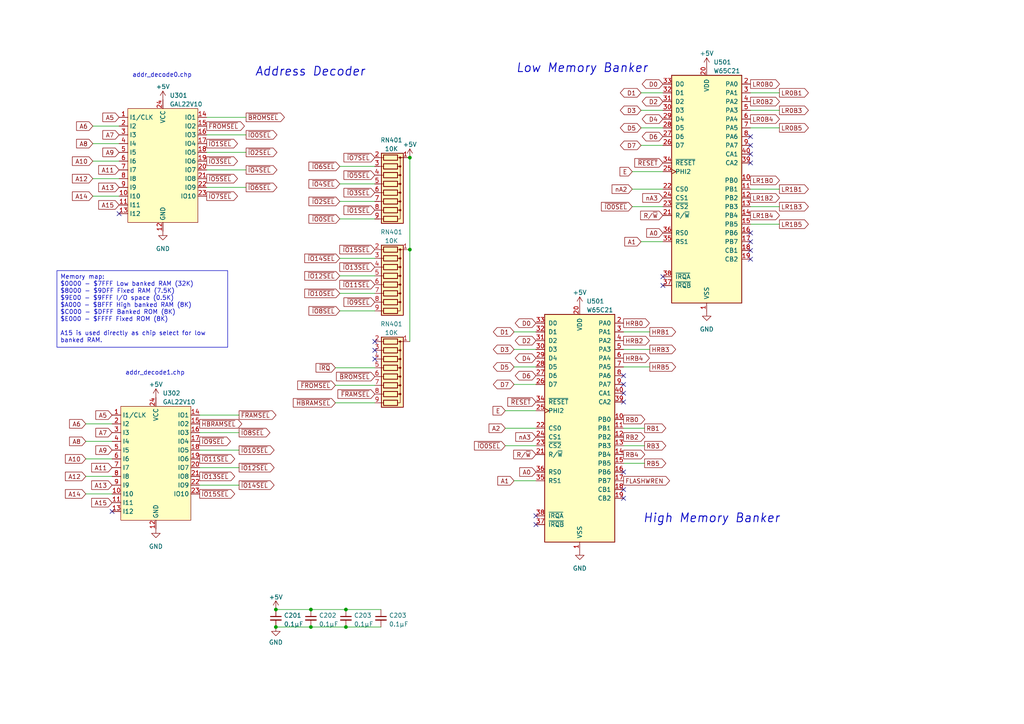
<source format=kicad_sch>
(kicad_sch (version 20230121) (generator eeschema)
  (paper "A4")
  (title_block (title "6809 Playground system board") (date "2023-06-18") (company "Copyright (c) 2022-2023 Jason R. Thorpe. See LICENSE."))
  (lib_symbols
    (symbol "Device:C_Small" (pin_numbers hide) (pin_names (offset 0.254) hide)
      (property "Reference" "C" (at 0.254 1.778 0))
      (property "Value" "C_Small" (at 0.254 -2.032 0))
      (symbol "C_Small_0_1"
        (polyline (pts (xy -1.524 -0.508) (xy 1.524 -0.508)) (stroke (width 0.3302)))
        (polyline (pts (xy -1.524 0.508) (xy 1.524 0.508)) (stroke (width 0.3048)))
      )
      (symbol "C_Small_1_1"
        (pin passive line (at 0 2.54 270) (length 2.032) (name "~") (number "1"))
        (pin passive line (at 0 -2.54 90) (length 2.032) (name "~") (number "2"))
      )
    )
    (symbol "Device:R_Network08" (pin_names (offset 0) hide)
      (property "Reference" "RN" (at -12.7 0 90))
      (property "Value" "R_Network08" (at 10.16 0 90))
      (symbol "R_Network08_0_1"
        (rectangle (start -11.43 -3.175) (end 8.89 3.175) (stroke (width 0.254)) (fill (type background)))
        (rectangle (start -10.922 1.524) (end -9.398 -2.54) (stroke (width 0.254)))
        (circle (center -10.16 2.286) (radius 0.254) (fill (type outline)))
        (rectangle (start -8.382 1.524) (end -6.858 -2.54) (stroke (width 0.254)))
        (circle (center -7.62 2.286) (radius 0.254) (fill (type outline)))
        (rectangle (start -5.842 1.524) (end -4.318 -2.54) (stroke (width 0.254)))
        (circle (center -5.08 2.286) (radius 0.254) (fill (type outline)))
        (rectangle (start -3.302 1.524) (end -1.778 -2.54) (stroke (width 0.254)))
        (circle (center -2.54 2.286) (radius 0.254) (fill (type outline)))
        (rectangle (start -0.762 1.524) (end 0.762 -2.54) (stroke (width 0.254)))
        (polyline (pts (xy -10.16 -2.54) (xy -10.16 -3.81)))
        (polyline (pts (xy -7.62 -2.54) (xy -7.62 -3.81)))
        (polyline (pts (xy -5.08 -2.54) (xy -5.08 -3.81)))
        (polyline (pts (xy -2.54 -2.54) (xy -2.54 -3.81)))
        (polyline (pts (xy 0 -2.54) (xy 0 -3.81)))
        (polyline (pts (xy 2.54 -2.54) (xy 2.54 -3.81)))
        (polyline (pts (xy 5.08 -2.54) (xy 5.08 -3.81)))
        (polyline (pts (xy 7.62 -2.54) (xy 7.62 -3.81)))
        (polyline (pts (xy -10.16 1.524) (xy -10.16 2.286) (xy -7.62 2.286) (xy -7.62 1.524)))
        (polyline (pts (xy -7.62 1.524) (xy -7.62 2.286) (xy -5.08 2.286) (xy -5.08 1.524)))
        (polyline (pts (xy -5.08 1.524) (xy -5.08 2.286) (xy -2.54 2.286) (xy -2.54 1.524)))
        (polyline (pts (xy -2.54 1.524) (xy -2.54 2.286) (xy 0 2.286) (xy 0 1.524)))
        (polyline (pts (xy 0 1.524) (xy 0 2.286) (xy 2.54 2.286) (xy 2.54 1.524)))
        (polyline (pts (xy 2.54 1.524) (xy 2.54 2.286) (xy 5.08 2.286) (xy 5.08 1.524)))
        (polyline (pts (xy 5.08 1.524) (xy 5.08 2.286) (xy 7.62 2.286) (xy 7.62 1.524)))
        (circle (center 0 2.286) (radius 0.254) (fill (type outline)))
        (rectangle (start 1.778 1.524) (end 3.302 -2.54) (stroke (width 0.254)))
        (circle (center 2.54 2.286) (radius 0.254) (fill (type outline)))
        (rectangle (start 4.318 1.524) (end 5.842 -2.54) (stroke (width 0.254)))
        (circle (center 5.08 2.286) (radius 0.254) (fill (type outline)))
        (rectangle (start 6.858 1.524) (end 8.382 -2.54) (stroke (width 0.254)))
      )
      (symbol "R_Network08_1_1"
        (pin passive line (at -10.16 5.08 270) (length 2.54) (name "common") (number "1"))
        (pin passive line (at -10.16 -5.08 90) (length 1.27) (name "R1") (number "2"))
        (pin passive line (at -7.62 -5.08 90) (length 1.27) (name "R2") (number "3"))
        (pin passive line (at -5.08 -5.08 90) (length 1.27) (name "R3") (number "4"))
        (pin passive line (at -2.54 -5.08 90) (length 1.27) (name "R4") (number "5"))
        (pin passive line (at 0 -5.08 90) (length 1.27) (name "R5") (number "6"))
        (pin passive line (at 2.54 -5.08 90) (length 1.27) (name "R6") (number "7"))
        (pin passive line (at 5.08 -5.08 90) (length 1.27) (name "R7") (number "8"))
        (pin passive line (at 7.62 -5.08 90) (length 1.27) (name "R8") (number "9"))
      )
    )
    (symbol "jrt-ICs:GAL22V10" (pin_names (offset 0.5))
      (property "Reference" "U" (at 2.54 20.32 0))
      (property "Value" "GAL22V10" (at 0 0 0))
      (symbol "GAL22V10_1_1"
        (rectangle (start -10.16 16.51) (end 10.16 -16.51) (fill (type background)))
        (pin input line (at -12.7 13.97 0) (length 2.54) (name "I1/CLK") (number "1"))
        (pin input line (at -12.7 -8.89 0) (length 2.54) (name "I10") (number "10"))
        (pin input line (at -12.7 -11.43 0) (length 2.54) (name "I11") (number "11"))
        (pin power_in line (at 0 -19.05 90) (length 2.54) (name "GND") (number "12"))
        (pin input line (at -12.7 -13.97 0) (length 2.54) (name "I12") (number "13"))
        (pin tri_state line (at 12.7 13.97 180) (length 2.54) (name "IO1") (number "14"))
        (pin tri_state line (at 12.7 11.43 180) (length 2.54) (name "IO2") (number "15"))
        (pin tri_state line (at 12.7 8.89 180) (length 2.54) (name "IO3") (number "16"))
        (pin tri_state line (at 12.7 6.35 180) (length 2.54) (name "IO4") (number "17"))
        (pin tri_state line (at 12.7 3.81 180) (length 2.54) (name "IO5") (number "18"))
        (pin tri_state line (at 12.7 1.27 180) (length 2.54) (name "IO6") (number "19"))
        (pin input line (at -12.7 11.43 0) (length 2.54) (name "I2") (number "2"))
        (pin tri_state line (at 12.7 -1.27 180) (length 2.54) (name "IO7") (number "20"))
        (pin tri_state line (at 12.7 -3.81 180) (length 2.54) (name "IO8") (number "21"))
        (pin tri_state line (at 12.7 -6.35 180) (length 2.54) (name "IO9") (number "22"))
        (pin tri_state line (at 12.7 -8.89 180) (length 2.54) (name "IO10") (number "23"))
        (pin power_in line (at 0 19.05 270) (length 2.54) (name "VCC") (number "24"))
        (pin input line (at -12.7 8.89 0) (length 2.54) (name "I3") (number "3"))
        (pin input line (at -12.7 6.35 0) (length 2.54) (name "I4") (number "4"))
        (pin input line (at -12.7 3.81 0) (length 2.54) (name "I5") (number "5"))
        (pin input line (at -12.7 1.27 0) (length 2.54) (name "I6") (number "6"))
        (pin input line (at -12.7 -1.27 0) (length 2.54) (name "I7") (number "7"))
        (pin input line (at -12.7 -3.81 0) (length 2.54) (name "I8") (number "8"))
        (pin input line (at -12.7 -6.35 0) (length 2.54) (name "I9") (number "9"))
      )
    )
    (symbol "jrt-ICs:W65C21" (pin_names (offset 1.016))
      (property "Reference" "U" (at 6.35 36.83 0))
      (property "Value" "W65C21" (at 6.35 34.29 0))
      (symbol "W65C21_1_1"
        (rectangle (start -10.16 -33.02) (end 10.16 33.02) (stroke (width 0.254)) (fill (type background)))
        (pin power_in line (at 0 -35.56 90) (length 2.54) (name "VSS") (number "1"))
        (pin bidirectional line (at 12.7 2.54 180) (length 2.54) (name "PB0") (number "10"))
        (pin bidirectional line (at 12.7 0 180) (length 2.54) (name "PB1") (number "11"))
        (pin bidirectional line (at 12.7 -2.54 180) (length 2.54) (name "PB2") (number "12"))
        (pin bidirectional line (at 12.7 -5.08 180) (length 2.54) (name "PB3") (number "13"))
        (pin bidirectional line (at 12.7 -7.62 180) (length 2.54) (name "PB4") (number "14"))
        (pin bidirectional line (at 12.7 -10.16 180) (length 2.54) (name "PB5") (number "15"))
        (pin bidirectional line (at 12.7 -12.7 180) (length 2.54) (name "PB6") (number "16"))
        (pin bidirectional line (at 12.7 -15.24 180) (length 2.54) (name "PB7") (number "17"))
        (pin input line (at 12.7 -17.78 180) (length 2.54) (name "CB1") (number "18"))
        (pin bidirectional line (at 12.7 -20.32 180) (length 2.54) (name "CB2") (number "19"))
        (pin bidirectional line (at 12.7 30.48 180) (length 2.54) (name "PA0") (number "2"))
        (pin power_in line (at 0 35.56 270) (length 2.54) (name "VDD") (number "20"))
        (pin input line (at -12.7 -7.62 0) (length 2.54) (name "R/~{W}") (number "21"))
        (pin input line (at -12.7 0 0) (length 2.54) (name "CS0") (number "22"))
        (pin input line (at -12.7 -5.08 0) (length 2.54) (name "~{CS2}") (number "23"))
        (pin input line (at -12.7 -2.54 0) (length 2.54) (name "CS1") (number "24"))
        (pin input clock (at -12.7 5.08 0) (length 2.54) (name "PHI2") (number "25"))
        (pin bidirectional line (at -12.7 12.7 0) (length 2.54) (name "D7") (number "26"))
        (pin bidirectional line (at -12.7 15.24 0) (length 2.54) (name "D6") (number "27"))
        (pin bidirectional line (at -12.7 17.78 0) (length 2.54) (name "D5") (number "28"))
        (pin bidirectional line (at -12.7 20.32 0) (length 2.54) (name "D4") (number "29"))
        (pin bidirectional line (at 12.7 27.94 180) (length 2.54) (name "PA1") (number "3"))
        (pin bidirectional line (at -12.7 22.86 0) (length 2.54) (name "D3") (number "30"))
        (pin bidirectional line (at -12.7 25.4 0) (length 2.54) (name "D2") (number "31"))
        (pin bidirectional line (at -12.7 27.94 0) (length 2.54) (name "D1") (number "32"))
        (pin bidirectional line (at -12.7 30.48 0) (length 2.54) (name "D0") (number "33"))
        (pin input line (at -12.7 7.62 0) (length 2.54) (name "~{RESET}") (number "34"))
        (pin input line (at -12.7 -15.24 0) (length 2.54) (name "RS1") (number "35"))
        (pin input line (at -12.7 -12.7 0) (length 2.54) (name "RS0") (number "36"))
        (pin output line (at -12.7 -27.94 0) (length 2.54) (name "~{IRQB}") (number "37"))
        (pin output line (at -12.7 -25.4 0) (length 2.54) (name "~{IRQA}") (number "38"))
        (pin bidirectional line (at 12.7 7.62 180) (length 2.54) (name "CA2") (number "39"))
        (pin bidirectional line (at 12.7 25.4 180) (length 2.54) (name "PA2") (number "4"))
        (pin input line (at 12.7 10.16 180) (length 2.54) (name "CA1") (number "40"))
        (pin bidirectional line (at 12.7 22.86 180) (length 2.54) (name "PA3") (number "5"))
        (pin bidirectional line (at 12.7 20.32 180) (length 2.54) (name "PA4") (number "6"))
        (pin bidirectional line (at 12.7 17.78 180) (length 2.54) (name "PA5") (number "7"))
        (pin bidirectional line (at 12.7 15.24 180) (length 2.54) (name "PA6") (number "8"))
        (pin bidirectional line (at 12.7 12.7 180) (length 2.54) (name "PA7") (number "9"))
      )
    )
    (symbol "power:+5V" (power) (pin_names (offset 0))
      (property "Value" "+5V" (at 0 3.556 0))
      (symbol "+5V_0_1"
        (polyline (pts (xy -0.762 1.27) (xy 0 2.54)))
        (polyline (pts (xy 0 0) (xy 0 2.54)))
        (polyline (pts (xy 0 2.54) (xy 0.762 1.27)))
      )
      (symbol "+5V_1_1"
        (pin power_in line (at 0 0 90) (length 0) hide (name "+5V") (number "1"))
      )
    )
    (symbol "power:GND" (power) (pin_names (offset 0))
      (property "Value" "GND" (at 0 -3.81 0))
      (symbol "GND_0_1"
        (polyline (pts (xy 0 0) (xy 0 -1.27) (xy 1.27 -1.27) (xy 0 -2.54) (xy -1.27 -1.27) (xy 0 -1.27)))
      )
      (symbol "GND_1_1"
        (pin power_in line (at 0 0 270) (length 0) hide (name "GND") (number "1"))
      )
    )
  )
  (junction (at 100.33 181.864))
  (junction (at 118.872 45.72))
  (junction (at 90.17 176.784))
  (junction (at 100.33 176.784))
  (junction (at 80.01 176.784))
  (junction (at 80.01 181.864))
  (junction (at 118.872 72.39))
  (junction (at 90.17 181.864))
  (no_connect (at 217.678 75.184))
  (no_connect (at 217.678 39.624))
  (no_connect (at 180.848 114.046))
  (no_connect (at 180.848 136.906))
  (no_connect (at 217.678 42.164))
  (no_connect (at 108.712 104.14))
  (no_connect (at 192.278 82.804))
  (no_connect (at 108.712 101.6))
  (no_connect (at 217.678 67.564))
  (no_connect (at 34.544 61.976))
  (no_connect (at 108.712 99.06))
  (no_connect (at 180.848 108.966))
  (no_connect (at 180.848 116.586))
  (no_connect (at 180.848 144.526))
  (no_connect (at 217.678 70.104))
  (no_connect (at 180.848 141.986))
  (no_connect (at 217.678 72.644))
  (no_connect (at 32.512 148.336))
  (no_connect (at 155.448 152.146))
  (no_connect (at 180.848 111.506))
  (no_connect (at 155.448 149.606))
  (no_connect (at 217.678 44.704))
  (no_connect (at 192.278 80.264))
  (no_connect (at 217.678 47.244))
  (wire (pts (xy 57.912 135.636) (xy 69.342 135.636)))
  (wire (pts (xy 59.944 44.196) (xy 71.374 44.196)))
  (wire (pts (xy 180.848 101.346) (xy 188.468 101.346)))
  (wire (pts (xy 59.944 39.116) (xy 71.374 39.116)))
  (wire (pts (xy 183.388 54.864) (xy 192.278 54.864)))
  (wire (pts (xy 57.912 130.556) (xy 69.342 130.556)))
  (wire (pts (xy 24.892 133.096) (xy 32.512 133.096)))
  (wire (pts (xy 80.01 181.864) (xy 90.17 181.864)))
  (wire (pts (xy 149.098 101.346) (xy 155.448 101.346)))
  (wire (pts (xy 180.848 124.206) (xy 186.944 124.206)))
  (wire (pts (xy 90.17 181.864) (xy 100.33 181.864)))
  (wire (pts (xy 26.924 51.816) (xy 34.544 51.816)))
  (wire (pts (xy 24.892 143.256) (xy 32.512 143.256)))
  (wire (pts (xy 183.388 49.784) (xy 192.278 49.784)))
  (wire (pts (xy 98.552 80.01) (xy 108.712 80.01)))
  (wire (pts (xy 118.872 72.39) (xy 118.872 99.06)))
  (wire (pts (xy 59.944 34.036) (xy 71.374 34.036)))
  (wire (pts (xy 217.678 54.864) (xy 226.06 54.864)))
  (wire (pts (xy 100.33 176.784) (xy 110.49 176.784)))
  (wire (pts (xy 26.924 36.576) (xy 34.544 36.576)))
  (wire (pts (xy 24.892 138.176) (xy 32.512 138.176)))
  (wire (pts (xy 90.17 176.784) (xy 100.33 176.784)))
  (wire (pts (xy 100.33 181.864) (xy 110.49 181.864)))
  (wire (pts (xy 217.678 26.924) (xy 226.06 26.924)))
  (wire (pts (xy 97.282 116.84) (xy 108.712 116.84)))
  (wire (pts (xy 185.928 32.004) (xy 192.278 32.004)))
  (wire (pts (xy 59.944 49.276) (xy 71.374 49.276)))
  (wire (pts (xy 98.552 58.42) (xy 108.712 58.42)))
  (wire (pts (xy 26.924 56.896) (xy 34.544 56.896)))
  (wire (pts (xy 24.892 128.016) (xy 32.512 128.016)))
  (wire (pts (xy 149.098 111.506) (xy 155.448 111.506)))
  (wire (pts (xy 217.678 59.944) (xy 226.06 59.944)))
  (wire (pts (xy 57.912 120.396) (xy 69.342 120.396)))
  (wire (pts (xy 185.928 70.104) (xy 192.278 70.104)))
  (wire (pts (xy 217.678 65.024) (xy 226.06 65.024)))
  (wire (pts (xy 185.928 42.164) (xy 192.278 42.164)))
  (wire (pts (xy 98.552 74.93) (xy 108.712 74.93)))
  (wire (pts (xy 59.944 54.356) (xy 71.374 54.356)))
  (wire (pts (xy 146.558 129.286) (xy 155.448 129.286)))
  (wire (pts (xy 149.098 139.446) (xy 155.448 139.446)))
  (wire (pts (xy 57.912 140.716) (xy 69.342 140.716)))
  (wire (pts (xy 180.848 106.426) (xy 188.468 106.426)))
  (wire (pts (xy 180.848 96.266) (xy 188.468 96.266)))
  (wire (pts (xy 146.558 119.126) (xy 155.448 119.126)))
  (wire (pts (xy 98.552 63.5) (xy 108.712 63.5)))
  (wire (pts (xy 217.678 37.084) (xy 226.06 37.084)))
  (wire (pts (xy 26.924 41.656) (xy 34.544 41.656)))
  (wire (pts (xy 98.552 90.17) (xy 108.712 90.17)))
  (wire (pts (xy 146.558 124.206) (xy 155.448 124.206)))
  (wire (pts (xy 149.098 106.426) (xy 155.448 106.426)))
  (wire (pts (xy 217.678 32.004) (xy 226.06 32.004)))
  (wire (pts (xy 118.872 45.72) (xy 118.872 72.39)))
  (wire (pts (xy 98.552 53.34) (xy 108.712 53.34)))
  (wire (pts (xy 180.848 129.286) (xy 186.944 129.286)))
  (wire (pts (xy 98.552 48.26) (xy 108.712 48.26)))
  (wire (pts (xy 180.848 134.366) (xy 186.944 134.366)))
  (wire (pts (xy 149.098 96.266) (xy 155.448 96.266)))
  (wire (pts (xy 24.892 122.936) (xy 32.512 122.936)))
  (wire (pts (xy 80.01 176.784) (xy 90.17 176.784)))
  (wire (pts (xy 57.912 125.476) (xy 69.342 125.476)))
  (wire (pts (xy 185.928 37.084) (xy 192.278 37.084)))
  (wire (pts (xy 97.282 106.68) (xy 108.712 106.68)))
  (wire (pts (xy 98.552 85.09) (xy 108.712 85.09)))
  (wire (pts (xy 185.928 26.924) (xy 192.278 26.924)))
  (wire (pts (xy 183.388 59.944) (xy 192.278 59.944)))
  (wire (pts (xy 97.282 111.76) (xy 108.712 111.76)))
  (wire (pts (xy 26.924 46.736) (xy 34.544 46.736)))
  (text_box "Memory map:\n$0000 - $7FFF Low banked RAM (32K)\n$8000 - $9DFF Fixed RAM (7.5K)\n$9E00 - $9FFF I/O space (0.5K)\n$A000 - $BFFF High banked RAM (8K)\n$C000 - $DFFF Banked ROM (8K)\n$E000 - $FFFF Fixed ROM (8K)\n\nA15 is used directly as chip select for low\nbanked RAM." (at 16.51 78.486 0) (size 49.53 22.225) (effects (font (size 1.27 1.27)) (justify left top)))
  (text "addr_decode0.chp" (at 38.354 22.606 0) (effects (font (size 1.27 1.27)) (justify left bottom)))
  (text "Low Memory Banker" (at 149.606 21.336 0) (effects (font (size 2.54 2.54) (thickness 0.254) bold italic) (justify left bottom)))
  (text "addr_decode1.chp" (at 36.322 108.966 0) (effects (font (size 1.27 1.27)) (justify left bottom)))
  (text "High Memory Banker" (at 186.436 151.892 0) (effects (font (size 2.54 2.54) (thickness 0.254) bold italic) (justify left bottom)))
  (text "Address Decoder" (at 73.914 22.352 0) (effects (font (size 2.54 2.54) (thickness 0.254) bold italic) (justify left bottom)))
  (global_label "LR1B3" (shape output) (at 226.06 59.944 0) (property "Intersheetrefs" "${INTERSHEET_REFS}" (effects hide)))
  (global_label "D4" (shape bidirectional) (at 155.448 103.886 180) (property "Intersheetrefs" "${INTERSHEET_REFS}" (effects hide)))
  (global_label "~{IO2SEL}" (shape input) (at 98.552 58.42 180) (property "Intersheetrefs" "${INTERSHEET_REFS}" (effects hide)))
  (global_label "A7" (shape input) (at 34.544 39.116 180) (property "Intersheetrefs" "${INTERSHEET_REFS}" (effects hide)))
  (global_label "LR1B1" (shape output) (at 226.06 54.864 0) (property "Intersheetrefs" "${INTERSHEET_REFS}" (effects hide)))
  (global_label "FLASHWREN" (shape output) (at 180.848 139.446 0) (property "Intersheetrefs" "${INTERSHEET_REFS}" (effects hide)))
  (global_label "~{IO14SEL}" (shape input) (at 98.552 74.93 180) (property "Intersheetrefs" "${INTERSHEET_REFS}" (effects hide)))
  (global_label "~{IO13SEL}" (shape output) (at 57.912 138.176 0) (property "Intersheetrefs" "${INTERSHEET_REFS}" (effects hide)))
  (global_label "nA2" (shape input) (at 183.388 54.864 180) (property "Intersheetrefs" "${INTERSHEET_REFS}" (effects hide)))
  (global_label "RB0" (shape output) (at 180.848 121.666 0) (property "Intersheetrefs" "${INTERSHEET_REFS}" (effects hide)))
  (global_label "LR1B5" (shape output) (at 226.06 65.024 0) (property "Intersheetrefs" "${INTERSHEET_REFS}" (effects hide)))
  (global_label "~{IO7SEL}" (shape input) (at 108.712 45.72 180) (property "Intersheetrefs" "${INTERSHEET_REFS}" (effects hide)))
  (global_label "nA3" (shape input) (at 192.278 57.404 180) (property "Intersheetrefs" "${INTERSHEET_REFS}" (effects hide)))
  (global_label "D7" (shape bidirectional) (at 149.098 111.506 180) (property "Intersheetrefs" "${INTERSHEET_REFS}" (effects hide)))
  (global_label "RB5" (shape output) (at 186.944 134.366 0) (property "Intersheetrefs" "${INTERSHEET_REFS}" (effects hide)))
  (global_label "~{IO1SEL}" (shape input) (at 108.712 60.96 180) (property "Intersheetrefs" "${INTERSHEET_REFS}" (effects hide)))
  (global_label "~{FROMSEL}" (shape output) (at 59.944 36.576 0) (property "Intersheetrefs" "${INTERSHEET_REFS}" (effects hide)))
  (global_label "~{IO2SEL}" (shape output) (at 71.374 44.196 0) (property "Intersheetrefs" "${INTERSHEET_REFS}" (effects hide)))
  (global_label "~{FRAMSEL}" (shape output) (at 69.342 120.396 0) (property "Intersheetrefs" "${INTERSHEET_REFS}" (effects hide)))
  (global_label "~{RESET}" (shape input) (at 155.448 116.586 180) (property "Intersheetrefs" "${INTERSHEET_REFS}" (effects hide)))
  (global_label "A9" (shape input) (at 32.512 130.556 180) (property "Intersheetrefs" "${INTERSHEET_REFS}" (effects hide)))
  (global_label "D3" (shape bidirectional) (at 149.098 101.346 180) (property "Intersheetrefs" "${INTERSHEET_REFS}" (effects hide)))
  (global_label "A12" (shape input) (at 24.892 138.176 180) (property "Intersheetrefs" "${INTERSHEET_REFS}" (effects hide)))
  (global_label "D6" (shape bidirectional) (at 155.448 108.966 180) (property "Intersheetrefs" "${INTERSHEET_REFS}" (effects hide)))
  (global_label "~{IO8SEL}" (shape input) (at 98.552 90.17 180) (property "Intersheetrefs" "${INTERSHEET_REFS}" (effects hide)))
  (global_label "LR0B0" (shape output) (at 217.678 24.384 0) (property "Intersheetrefs" "${INTERSHEET_REFS}" (effects hide)))
  (global_label "HRB1" (shape output) (at 188.468 96.266 0) (property "Intersheetrefs" "${INTERSHEET_REFS}" (effects hide)))
  (global_label "~{IO11SEL}" (shape output) (at 57.912 133.096 0) (property "Intersheetrefs" "${INTERSHEET_REFS}" (effects hide)))
  (global_label "LR1B0" (shape output) (at 217.678 52.324 0) (property "Intersheetrefs" "${INTERSHEET_REFS}" (effects hide)))
  (global_label "E" (shape input) (at 146.558 119.126 180) (property "Intersheetrefs" "${INTERSHEET_REFS}" (effects hide)))
  (global_label "RB1" (shape output) (at 186.944 124.206 0) (property "Intersheetrefs" "${INTERSHEET_REFS}" (effects hide)))
  (global_label "A10" (shape input) (at 26.924 46.736 180) (property "Intersheetrefs" "${INTERSHEET_REFS}" (effects hide)))
  (global_label "~{IO12SEL}" (shape output) (at 69.342 135.636 0) (property "Intersheetrefs" "${INTERSHEET_REFS}" (effects hide)))
  (global_label "~{BROMSEL}" (shape output) (at 71.374 34.036 0) (property "Intersheetrefs" "${INTERSHEET_REFS}" (effects hide)))
  (global_label "D1" (shape bidirectional) (at 149.098 96.266 180) (property "Intersheetrefs" "${INTERSHEET_REFS}" (effects hide)))
  (global_label "~{IO0SEL}" (shape input) (at 183.388 59.944 180) (property "Intersheetrefs" "${INTERSHEET_REFS}" (effects hide)))
  (global_label "RB3" (shape output) (at 186.944 129.286 0) (property "Intersheetrefs" "${INTERSHEET_REFS}" (effects hide)))
  (global_label "~{IO0SEL}" (shape input) (at 98.552 63.5 180) (property "Intersheetrefs" "${INTERSHEET_REFS}" (effects hide)))
  (global_label "HRB4" (shape output) (at 180.848 103.886 0) (property "Intersheetrefs" "${INTERSHEET_REFS}" (effects hide)))
  (global_label "A8" (shape input) (at 24.892 128.016 180) (property "Intersheetrefs" "${INTERSHEET_REFS}" (effects hide)))
  (global_label "~{BROMSEL}" (shape input) (at 108.712 109.22 180) (property "Intersheetrefs" "${INTERSHEET_REFS}" (effects hide)))
  (global_label "D1" (shape bidirectional) (at 185.928 26.924 180) (property "Intersheetrefs" "${INTERSHEET_REFS}" (effects hide)))
  (global_label "D5" (shape bidirectional) (at 149.098 106.426 180) (property "Intersheetrefs" "${INTERSHEET_REFS}" (effects hide)))
  (global_label "A11" (shape input) (at 32.512 135.636 180) (property "Intersheetrefs" "${INTERSHEET_REFS}" (effects hide)))
  (global_label "~{IO11SEL}" (shape input) (at 108.712 82.55 180) (property "Intersheetrefs" "${INTERSHEET_REFS}" (effects hide)))
  (global_label "~{FROMSEL}" (shape input) (at 97.282 111.76 180) (property "Intersheetrefs" "${INTERSHEET_REFS}" (effects hide)))
  (global_label "R{slash}~{W}" (shape input) (at 192.278 62.484 180) (property "Intersheetrefs" "${INTERSHEET_REFS}" (effects hide)))
  (global_label "D6" (shape bidirectional) (at 192.278 39.624 180) (property "Intersheetrefs" "${INTERSHEET_REFS}" (effects hide)))
  (global_label "~{IO10SEL}" (shape input) (at 98.552 85.09 180) (property "Intersheetrefs" "${INTERSHEET_REFS}" (effects hide)))
  (global_label "~{IO10SEL}" (shape output) (at 69.342 130.556 0) (property "Intersheetrefs" "${INTERSHEET_REFS}" (effects hide)))
  (global_label "HRB0" (shape output) (at 180.848 93.726 0) (property "Intersheetrefs" "${INTERSHEET_REFS}" (effects hide)))
  (global_label "E" (shape input) (at 183.388 49.784 180) (property "Intersheetrefs" "${INTERSHEET_REFS}" (effects hide)))
  (global_label "~{IO0SEL}" (shape input) (at 146.558 129.286 180) (property "Intersheetrefs" "${INTERSHEET_REFS}" (effects hide)))
  (global_label "D2" (shape bidirectional) (at 155.448 98.806 180) (property "Intersheetrefs" "${INTERSHEET_REFS}" (effects hide)))
  (global_label "~{FRAMSEL}" (shape input) (at 108.712 114.3 180) (property "Intersheetrefs" "${INTERSHEET_REFS}" (effects hide)))
  (global_label "~{IO6SEL}" (shape input) (at 98.552 48.26 180) (property "Intersheetrefs" "${INTERSHEET_REFS}" (effects hide)))
  (global_label "A2" (shape input) (at 146.558 124.206 180) (property "Intersheetrefs" "${INTERSHEET_REFS}" (effects hide)))
  (global_label "~{IO6SEL}" (shape output) (at 71.374 54.356 0) (property "Intersheetrefs" "${INTERSHEET_REFS}" (effects hide)))
  (global_label "A0" (shape input) (at 192.278 67.564 180) (property "Intersheetrefs" "${INTERSHEET_REFS}" (effects hide)))
  (global_label "A0" (shape input) (at 155.448 136.906 180) (property "Intersheetrefs" "${INTERSHEET_REFS}" (effects hide)))
  (global_label "~{IO5SEL}" (shape input) (at 108.712 50.8 180) (property "Intersheetrefs" "${INTERSHEET_REFS}" (effects hide)))
  (global_label "~{IO15SEL}" (shape input) (at 108.712 72.39 180) (property "Intersheetrefs" "${INTERSHEET_REFS}" (effects hide)))
  (global_label "A1" (shape input) (at 149.098 139.446 180) (property "Intersheetrefs" "${INTERSHEET_REFS}" (effects hide)))
  (global_label "A7" (shape input) (at 32.512 125.476 180) (property "Intersheetrefs" "${INTERSHEET_REFS}" (effects hide)))
  (global_label "A15" (shape input) (at 34.544 59.436 180) (property "Intersheetrefs" "${INTERSHEET_REFS}" (effects hide)))
  (global_label "~{IO0SEL}" (shape output) (at 71.374 39.116 0) (property "Intersheetrefs" "${INTERSHEET_REFS}" (effects hide)))
  (global_label "~{IO5SEL}" (shape output) (at 59.944 51.816 0) (property "Intersheetrefs" "${INTERSHEET_REFS}" (effects hide)))
  (global_label "A14" (shape input) (at 24.892 143.256 180) (property "Intersheetrefs" "${INTERSHEET_REFS}" (effects hide)))
  (global_label "LR0B2" (shape output) (at 217.678 29.464 0) (property "Intersheetrefs" "${INTERSHEET_REFS}" (effects hide)))
  (global_label "A1" (shape input) (at 185.928 70.104 180) (property "Intersheetrefs" "${INTERSHEET_REFS}" (effects hide)))
  (global_label "A14" (shape input) (at 26.924 56.896 180) (property "Intersheetrefs" "${INTERSHEET_REFS}" (effects hide)))
  (global_label "RB2" (shape output) (at 180.848 126.746 0) (property "Intersheetrefs" "${INTERSHEET_REFS}" (effects hide)))
  (global_label "~{IO13SEL}" (shape input) (at 108.712 77.47 180) (property "Intersheetrefs" "${INTERSHEET_REFS}" (effects hide)))
  (global_label "~{RESET}" (shape input) (at 192.278 47.244 180) (property "Intersheetrefs" "${INTERSHEET_REFS}" (effects hide)))
  (global_label "D4" (shape bidirectional) (at 192.278 34.544 180) (property "Intersheetrefs" "${INTERSHEET_REFS}" (effects hide)))
  (global_label "~{IRQ}" (shape input) (at 97.282 106.68 180) (property "Intersheetrefs" "${INTERSHEET_REFS}" (effects hide)))
  (global_label "LR1B2" (shape output) (at 217.678 57.404 0) (property "Intersheetrefs" "${INTERSHEET_REFS}" (effects hide)))
  (global_label "A13" (shape input) (at 34.544 54.356 180) (property "Intersheetrefs" "${INTERSHEET_REFS}" (effects hide)))
  (global_label "~{IO9SEL}" (shape output) (at 57.912 128.016 0) (property "Intersheetrefs" "${INTERSHEET_REFS}" (effects hide)))
  (global_label "~{HBRAMSEL}" (shape input) (at 97.282 116.84 180) (property "Intersheetrefs" "${INTERSHEET_REFS}" (effects hide)))
  (global_label "A13" (shape input) (at 32.512 140.716 180) (property "Intersheetrefs" "${INTERSHEET_REFS}" (effects hide)))
  (global_label "D0" (shape bidirectional) (at 192.278 24.384 180) (property "Intersheetrefs" "${INTERSHEET_REFS}" (effects hide)))
  (global_label "D5" (shape bidirectional) (at 185.928 37.084 180) (property "Intersheetrefs" "${INTERSHEET_REFS}" (effects hide)))
  (global_label "LR0B3" (shape output) (at 226.06 32.004 0) (property "Intersheetrefs" "${INTERSHEET_REFS}" (effects hide)))
  (global_label "D0" (shape bidirectional) (at 155.448 93.726 180) (property "Intersheetrefs" "${INTERSHEET_REFS}" (effects hide)))
  (global_label "~{IO3SEL}" (shape output) (at 59.944 46.736 0) (property "Intersheetrefs" "${INTERSHEET_REFS}" (effects hide)))
  (global_label "A11" (shape input) (at 34.544 49.276 180) (property "Intersheetrefs" "${INTERSHEET_REFS}" (effects hide)))
  (global_label "~{HBRAMSEL}" (shape output) (at 57.912 122.936 0) (property "Intersheetrefs" "${INTERSHEET_REFS}" (effects hide)))
  (global_label "A6" (shape input) (at 26.924 36.576 180) (property "Intersheetrefs" "${INTERSHEET_REFS}" (effects hide)))
  (global_label "~{IO9SEL}" (shape input) (at 108.712 87.63 180) (property "Intersheetrefs" "${INTERSHEET_REFS}" (effects hide)))
  (global_label "~{IO4SEL}" (shape output) (at 71.374 49.276 0) (property "Intersheetrefs" "${INTERSHEET_REFS}" (effects hide)))
  (global_label "D3" (shape bidirectional) (at 185.928 32.004 180) (property "Intersheetrefs" "${INTERSHEET_REFS}" (effects hide)))
  (global_label "LR0B1" (shape output) (at 226.06 26.924 0) (property "Intersheetrefs" "${INTERSHEET_REFS}" (effects hide)))
  (global_label "~{IO12SEL}" (shape input) (at 98.552 80.01 180) (property "Intersheetrefs" "${INTERSHEET_REFS}" (effects hide)))
  (global_label "A10" (shape input) (at 24.892 133.096 180) (property "Intersheetrefs" "${INTERSHEET_REFS}" (effects hide)))
  (global_label "LR1B4" (shape output) (at 217.678 62.484 0) (property "Intersheetrefs" "${INTERSHEET_REFS}" (effects hide)))
  (global_label "HRB5" (shape output) (at 188.468 106.426 0) (property "Intersheetrefs" "${INTERSHEET_REFS}" (effects hide)))
  (global_label "~{IO1SEL}" (shape output) (at 59.944 41.656 0) (property "Intersheetrefs" "${INTERSHEET_REFS}" (effects hide)))
  (global_label "~{IO15SEL}" (shape output) (at 57.912 143.256 0) (property "Intersheetrefs" "${INTERSHEET_REFS}" (effects hide)))
  (global_label "A12" (shape input) (at 26.924 51.816 180) (property "Intersheetrefs" "${INTERSHEET_REFS}" (effects hide)))
  (global_label "D7" (shape bidirectional) (at 185.928 42.164 180) (property "Intersheetrefs" "${INTERSHEET_REFS}" (effects hide)))
  (global_label "~{IO14SEL}" (shape output) (at 69.342 140.716 0) (property "Intersheetrefs" "${INTERSHEET_REFS}" (effects hide)))
  (global_label "A8" (shape input) (at 26.924 41.656 180) (property "Intersheetrefs" "${INTERSHEET_REFS}" (effects hide)))
  (global_label "~{IO4SEL}" (shape input) (at 98.552 53.34 180) (property "Intersheetrefs" "${INTERSHEET_REFS}" (effects hide)))
  (global_label "~{IO3SEL}" (shape input) (at 108.712 55.88 180) (property "Intersheetrefs" "${INTERSHEET_REFS}" (effects hide)))
  (global_label "LR0B4" (shape output) (at 217.678 34.544 0) (property "Intersheetrefs" "${INTERSHEET_REFS}" (effects hide)))
  (global_label "~{IO7SEL}" (shape output) (at 59.944 56.896 0) (property "Intersheetrefs" "${INTERSHEET_REFS}" (effects hide)))
  (global_label "RB4" (shape output) (at 180.848 131.826 0) (property "Intersheetrefs" "${INTERSHEET_REFS}" (effects hide)))
  (global_label "A6" (shape input) (at 24.892 122.936 180) (property "Intersheetrefs" "${INTERSHEET_REFS}" (effects hide)))
  (global_label "LR0B5" (shape output) (at 226.06 37.084 0) (property "Intersheetrefs" "${INTERSHEET_REFS}" (effects hide)))
  (global_label "D2" (shape bidirectional) (at 192.278 29.464 180) (property "Intersheetrefs" "${INTERSHEET_REFS}" (effects hide)))
  (global_label "A5" (shape input) (at 34.544 34.036 180) (property "Intersheetrefs" "${INTERSHEET_REFS}" (effects hide)))
  (global_label "~{IO8SEL}" (shape output) (at 69.342 125.476 0) (property "Intersheetrefs" "${INTERSHEET_REFS}" (effects hide)))
  (global_label "HRB2" (shape output) (at 180.848 98.806 0) (property "Intersheetrefs" "${INTERSHEET_REFS}" (effects hide)))
  (global_label "A5" (shape input) (at 32.512 120.396 180) (property "Intersheetrefs" "${INTERSHEET_REFS}" (effects hide)))
  (global_label "HRB3" (shape output) (at 188.468 101.346 0) (property "Intersheetrefs" "${INTERSHEET_REFS}" (effects hide)))
  (global_label "R{slash}~{W}" (shape input) (at 155.448 131.826 180) (property "Intersheetrefs" "${INTERSHEET_REFS}" (effects hide)))
  (global_label "A15" (shape input) (at 32.512 145.796 180) (property "Intersheetrefs" "${INTERSHEET_REFS}" (effects hide)))
  (global_label "A9" (shape input) (at 34.544 44.196 180) (property "Intersheetrefs" "${INTERSHEET_REFS}" (effects hide)))
  (global_label "nA3" (shape input) (at 155.448 126.746 180) (property "Intersheetrefs" "${INTERSHEET_REFS}" (effects hide)))
  (symbol (lib_id "power:+5V") (at 204.978 19.304 0) (unit 1)
    (property "Reference" "#PWR0501" (effects hide))
    (property "Value" "+5V" (at 204.978 15.494 0))
    (instances (project "pg09-system" (path "" (reference "#PWR0501") (unit 1)) (path "" (reference "#PWR0601") (unit 1)) (path "" (reference "#PWR0307") (unit 1))))
  )
  (symbol (lib_id "jrt-ICs:W65C21") (at 168.148 124.206 0) (unit 1)
    (property "Reference" "U501" (at 170.1039 87.376 0) (effects (justify left)))
    (property "Value" "W65C21" (at 170.1039 89.916 0) (effects (justify left)))
    (property "Footprint" "Package_DIP:DIP-40_W15.24mm_Socket" (effects hide))
    (property "Datasheet" "https://www.westerndesigncenter.com/wdc/documentation/w65c21.pdf" (effects hide))
    (instances (project "pg09-system" (path "" (reference "U501") (unit 1)) (path "" (reference "U303") (unit 1))))
  )
  (symbol (lib_id "Device:C_Small") (at 90.17 179.324 0) (unit 1)
    (property "Reference" "C202" (at 92.4941 178.4956 0) (effects (justify left)))
    (property "Value" "0.1µF" (at 92.4941 181.0325 0) (effects (justify left)))
    (property "Footprint" "Capacitor_THT:C_Disc_D3.8mm_W2.6mm_P2.50mm" (effects hide))
    (instances (project "pg09-system" (path "" (reference "C202") (unit 1)) (path "" (reference "C302") (unit 1))))
  )
  (symbol (lib_id "Device:C_Small") (at 80.01 179.324 0) (unit 1)
    (property "Reference" "C201" (at 82.3341 178.4956 0) (effects (justify left)))
    (property "Value" "0.1µF" (at 82.3341 181.0325 0) (effects (justify left)))
    (property "Footprint" "Capacitor_THT:C_Disc_D3.8mm_W2.6mm_P2.50mm" (effects hide))
    (instances (project "pg09-system" (path "" (reference "C201") (unit 1)) (path "" (reference "C301") (unit 1))))
  )
  (symbol (lib_id "jrt-ICs:GAL22V10") (at 45.212 134.366 0) (unit 1)
    (property "Reference" "U302" (at 47.1679 114.046 0) (effects (justify left)))
    (property "Value" "GAL22V10" (at 47.1679 116.586 0) (effects (justify left)))
    (property "Footprint" "Package_DIP:DIP-24_W7.62mm_Socket" (effects hide))
  )
  (symbol (lib_id "Device:C_Small") (at 110.49 179.324 0) (unit 1)
    (property "Reference" "C203" (at 112.8141 178.4956 0) (effects (justify left)))
    (property "Value" "0.1µF" (at 112.8141 181.0325 0) (effects (justify left)))
    (property "Footprint" "Capacitor_THT:C_Disc_D3.8mm_W2.6mm_P2.50mm" (effects hide))
    (instances (project "pg09-system" (path "" (reference "C203") (unit 1)) (path "" (reference "C304") (unit 1)) (path "" (reference "C503") (unit 1))))
  )
  (symbol (lib_id "jrt-ICs:W65C21") (at 204.978 54.864 0) (unit 1)
    (property "Reference" "U501" (at 206.9339 18.034 0) (effects (justify left)))
    (property "Value" "W65C21" (at 206.9339 20.574 0) (effects (justify left)))
    (property "Footprint" "Package_DIP:DIP-40_W15.24mm_Socket" (effects hide))
    (property "Datasheet" "https://www.westerndesigncenter.com/wdc/documentation/w65c21.pdf" (effects hide))
    (instances (project "pg09-system" (path "" (reference "U501") (unit 1)) (path "" (reference "U601") (unit 1)) (path "" (reference "U304") (unit 1))))
  )
  (symbol (lib_id "Device:R_Network08") (at 113.792 55.88 270) (unit 1)
    (property "Reference" "RN401" (at 113.538 40.64 90))
    (property "Value" "10K" (at 113.538 43.18 90))
    (property "Footprint" "Resistor_THT:R_Array_SIP9" (effects hide))
    (property "Datasheet" "http://www.vishay.com/docs/31509/csc.pdf" (effects hide))
    (instances (project "pg09-system" (path "" (reference "RN401") (unit 1)) (path "" (reference "RN101") (unit 1)) (path "" (reference "RN301") (unit 1))))
  )
  (symbol (lib_id "Device:R_Network08") (at 113.792 82.55 270) (unit 1)
    (property "Reference" "RN401" (at 113.538 67.31 90))
    (property "Value" "10K" (at 113.538 69.85 90))
    (property "Footprint" "Resistor_THT:R_Array_SIP9" (effects hide))
    (property "Datasheet" "http://www.vishay.com/docs/31509/csc.pdf" (effects hide))
    (instances (project "pg09-system" (path "" (reference "RN401") (unit 1)) (path "" (reference "RN101") (unit 1)) (path "" (reference "RN302") (unit 1))))
  )
  (symbol (lib_id "power:+5V") (at 47.244 28.956 0) (unit 1)
    (property "Reference" "#PWR0301" (effects hide))
    (property "Value" "+5V" (at 47.244 25.146 0))
  )
  (symbol (lib_id "power:GND") (at 45.212 153.416 0) (unit 1)
    (property "Reference" "#PWR0303" (effects hide))
    (property "Value" "GND" (at 45.212 158.496 0))
  )
  (symbol (lib_id "Device:R_Network08") (at 113.792 109.22 270) (unit 1)
    (property "Reference" "RN401" (at 113.538 93.98 90))
    (property "Value" "10K" (at 113.538 96.52 90))
    (property "Footprint" "Resistor_THT:R_Array_SIP9" (effects hide))
    (property "Datasheet" "http://www.vishay.com/docs/31509/csc.pdf" (effects hide))
    (instances (project "pg09-system" (path "" (reference "RN401") (unit 1)) (path "" (reference "RN101") (unit 1)) (path "" (reference "RN303") (unit 1))))
  )
  (symbol (lib_id "power:GND") (at 47.244 67.056 0) (unit 1)
    (property "Reference" "#PWR0302" (effects hide))
    (property "Value" "GND" (at 47.244 72.136 0))
  )
  (symbol (lib_id "power:+5V") (at 45.212 115.316 0) (unit 1)
    (property "Reference" "#PWR0306" (effects hide))
    (property "Value" "+5V" (at 45.212 111.506 0))
  )
  (symbol (lib_id "power:+5V") (at 168.148 88.646 0) (unit 1)
    (property "Reference" "#PWR0501" (effects hide))
    (property "Value" "+5V" (at 168.148 84.836 0))
    (instances (project "pg09-system" (path "" (reference "#PWR0501") (unit 1)) (path "" (reference "#PWR0304") (unit 1))))
  )
  (symbol (lib_id "power:+5V") (at 118.872 45.72 0) (unit 1)
    (property "Reference" "#PWR0311" (effects hide))
    (property "Value" "+5V" (at 118.872 41.91 0))
  )
  (symbol (lib_id "jrt-ICs:GAL22V10") (at 47.244 48.006 0) (unit 1)
    (property "Reference" "U301" (at 49.1999 27.686 0) (effects (justify left)))
    (property "Value" "GAL22V10" (at 49.1999 30.226 0) (effects (justify left)))
    (property "Footprint" "Package_DIP:DIP-24_W7.62mm_Socket" (effects hide))
  )
  (symbol (lib_id "power:GND") (at 204.978 90.424 0) (unit 1)
    (property "Reference" "#PWR0502" (effects hide))
    (property "Value" "GND" (at 204.978 95.504 0))
    (instances (project "pg09-system" (path "" (reference "#PWR0502") (unit 1)) (path "" (reference "#PWR0602") (unit 1)) (path "" (reference "#PWR0308") (unit 1))))
  )
  (symbol (lib_id "power:+5V") (at 80.01 176.784 0) (unit 1)
    (property "Reference" "#PWR0214" (effects hide))
    (property "Value" "+5V" (at 80.01 173.2082 0))
    (instances (project "pg09-system" (path "" (reference "#PWR0214") (unit 1)) (path "" (reference "#PWR0309") (unit 1))))
  )
  (symbol (lib_id "power:GND") (at 168.148 159.766 0) (unit 1)
    (property "Reference" "#PWR0502" (effects hide))
    (property "Value" "GND" (at 168.148 164.846 0))
    (instances (project "pg09-system" (path "" (reference "#PWR0502") (unit 1)) (path "" (reference "#PWR0305") (unit 1))))
  )
  (symbol (lib_id "power:GND") (at 80.01 181.864 0) (unit 1)
    (property "Reference" "#PWR0216" (effects hide))
    (property "Value" "GND" (at 80.01 186.3074 0))
    (instances (project "pg09-system" (path "" (reference "#PWR0216") (unit 1)) (path "" (reference "#PWR0310") (unit 1))))
  )
  (symbol (lib_id "Device:C_Small") (at 100.33 179.324 0) (unit 1)
    (property "Reference" "C203" (at 102.6541 178.4956 0) (effects (justify left)))
    (property "Value" "0.1µF" (at 102.6541 181.0325 0) (effects (justify left)))
    (property "Footprint" "Capacitor_THT:C_Disc_D3.8mm_W2.6mm_P2.50mm" (effects hide))
    (instances (project "pg09-system" (path "" (reference "C203") (unit 1)) (path "" (reference "C303") (unit 1)) (path "" (reference "C503") (unit 1))))
  )
)
</source>
